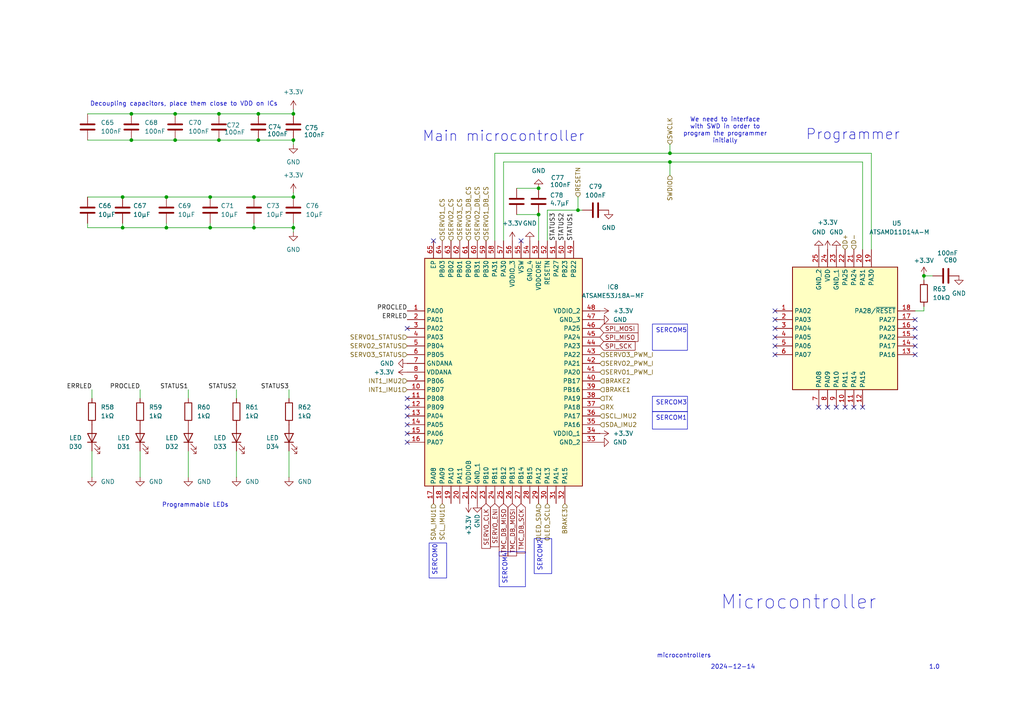
<source format=kicad_sch>
(kicad_sch (version 20231120) (generator "eeschema") (generator_version "8.0")
  (paper "A4")
  (lib_symbols
    (symbol "ATSAMD11D14A-MNT:ATSAMD11D14A-MNT"
      (property "Reference" "IC" (at 36.83 17.78 0))
      (property "Value" "ATSAMD11D14A-MNT" (at 36.83 15.24 0))
      (symbol "ATSAMD11D14A-MNT_1_1"
        (rectangle (start 5.08 12.7) (end 35.56 -22.86) (stroke (width 0.254)) (fill (type background)))
        (pin bidirectional line (at 0 0 0) (length 5.08) (name "PA02") (number "1"))
        (pin bidirectional line (at 20.32 -27.94 90) (length 5.08) (name "PA11") (number "10"))
        (pin bidirectional line (at 22.86 -27.94 90) (length 5.08) (name "PA14") (number "11"))
        (pin bidirectional line (at 25.4 -27.94 90) (length 5.08) (name "PA15") (number "12"))
        (pin bidirectional line (at 40.64 -12.7 180) (length 5.08) (name "PA16") (number "13"))
        (pin bidirectional line (at 40.64 -10.16 180) (length 5.08) (name "PA17") (number "14"))
        (pin bidirectional line (at 40.64 -7.62 180) (length 5.08) (name "PA22") (number "15"))
        (pin bidirectional line (at 40.64 -5.08 180) (length 5.08) (name "PA23") (number "16"))
        (pin bidirectional line (at 40.64 -2.54 180) (length 5.08) (name "PA27") (number "17"))
        (pin bidirectional line (at 40.64 0 180) (length 5.08) (name "PA28/~{RESET}") (number "18"))
        (pin bidirectional line (at 27.94 17.78 270) (length 5.08) (name "PA30") (number "19"))
        (pin bidirectional line (at 0 -2.54 0) (length 5.08) (name "PA03") (number "2"))
        (pin bidirectional line (at 25.4 17.78 270) (length 5.08) (name "PA31") (number "20"))
        (pin bidirectional line (at 22.86 17.78 270) (length 5.08) (name "PA24") (number "21"))
        (pin bidirectional line (at 20.32 17.78 270) (length 5.08) (name "PA25") (number "22"))
        (pin power_in line (at 17.78 17.78 270) (length 5.08) (name "GND_1") (number "23"))
        (pin bidirectional line (at 15.24 17.78 270) (length 5.08) (name "VDD") (number "24"))
        (pin power_in line (at 12.7 17.78 270) (length 5.08) (name "GND_2") (number "25"))
        (pin bidirectional line (at 0 -5.08 0) (length 5.08) (name "PA04") (number "3"))
        (pin bidirectional line (at 0 -7.62 0) (length 5.08) (name "PA05") (number "4"))
        (pin bidirectional line (at 0 -10.16 0) (length 5.08) (name "PA06") (number "5"))
        (pin bidirectional line (at 0 -12.7 0) (length 5.08) (name "PA07") (number "6"))
        (pin bidirectional line (at 12.7 -27.94 90) (length 5.08) (name "PA08") (number "7"))
        (pin bidirectional line (at 15.24 -27.94 90) (length 5.08) (name "PA09") (number "8"))
        (pin bidirectional line (at 17.78 -27.94 90) (length 5.08) (name "PA10") (number "9"))
      )
    )
    (symbol "ATSAME53J18A-MF:ATSAME53J18A-MF"
      (property "Reference" "IC" (at 52.07 20.32 0))
      (property "Value" "ATSAME53J18A-MF" (at 52.07 17.78 0))
      (symbol "ATSAME53J18A-MF_1_1"
        (rectangle (start 5.08 15.24) (end 50.8 -50.8) (stroke (width 0.254)) (fill (type background)))
        (pin passive line (at 0 0 0) (length 5.08) (name "PA00") (number "1"))
        (pin passive line (at 0 -22.86 0) (length 5.08) (name "PB07") (number "10"))
        (pin passive line (at 0 -25.4 0) (length 5.08) (name "PB08") (number "11"))
        (pin passive line (at 0 -27.94 0) (length 5.08) (name "PB09") (number "12"))
        (pin passive line (at 0 -30.48 0) (length 5.08) (name "PA04") (number "13"))
        (pin passive line (at 0 -33.02 0) (length 5.08) (name "PA05") (number "14"))
        (pin passive line (at 0 -35.56 0) (length 5.08) (name "PA06") (number "15"))
        (pin passive line (at 0 -38.1 0) (length 5.08) (name "PA07") (number "16"))
        (pin passive line (at 7.62 -55.88 90) (length 5.08) (name "PA08") (number "17"))
        (pin passive line (at 10.16 -55.88 90) (length 5.08) (name "PA09") (number "18"))
        (pin passive line (at 12.7 -55.88 90) (length 5.08) (name "PA10") (number "19"))
        (pin passive line (at 0 -2.54 0) (length 5.08) (name "PA01") (number "2"))
        (pin passive line (at 15.24 -55.88 90) (length 5.08) (name "PA11") (number "20"))
        (pin passive line (at 17.78 -55.88 90) (length 5.08) (name "VDDIOB") (number "21"))
        (pin passive line (at 20.32 -55.88 90) (length 5.08) (name "GND_1") (number "22"))
        (pin passive line (at 22.86 -55.88 90) (length 5.08) (name "PB10") (number "23"))
        (pin passive line (at 25.4 -55.88 90) (length 5.08) (name "PB11") (number "24"))
        (pin passive line (at 27.94 -55.88 90) (length 5.08) (name "PB12") (number "25"))
        (pin passive line (at 30.48 -55.88 90) (length 5.08) (name "PB13") (number "26"))
        (pin passive line (at 33.02 -55.88 90) (length 5.08) (name "PB14") (number "27"))
        (pin passive line (at 35.56 -55.88 90) (length 5.08) (name "PB15") (number "28"))
        (pin passive line (at 38.1 -55.88 90) (length 5.08) (name "PA12") (number "29"))
        (pin passive line (at 0 -5.08 0) (length 5.08) (name "PA02") (number "3"))
        (pin passive line (at 40.64 -55.88 90) (length 5.08) (name "PA13") (number "30"))
        (pin passive line (at 43.18 -55.88 90) (length 5.08) (name "PA14") (number "31"))
        (pin passive line (at 45.72 -55.88 90) (length 5.08) (name "PA15") (number "32"))
        (pin passive line (at 55.88 -38.1 180) (length 5.08) (name "GND_2") (number "33"))
        (pin passive line (at 55.88 -35.56 180) (length 5.08) (name "VDDIO_1") (number "34"))
        (pin passive line (at 55.88 -33.02 180) (length 5.08) (name "PA16") (number "35"))
        (pin passive line (at 55.88 -30.48 180) (length 5.08) (name "PA17") (number "36"))
        (pin passive line (at 55.88 -27.94 180) (length 5.08) (name "PA18") (number "37"))
        (pin passive line (at 55.88 -25.4 180) (length 5.08) (name "PA19") (number "38"))
        (pin passive line (at 55.88 -22.86 180) (length 5.08) (name "PB16") (number "39"))
        (pin passive line (at 0 -7.62 0) (length 5.08) (name "PA03") (number "4"))
        (pin passive line (at 55.88 -20.32 180) (length 5.08) (name "PB17") (number "40"))
        (pin passive line (at 55.88 -17.78 180) (length 5.08) (name "PA20") (number "41"))
        (pin passive line (at 55.88 -15.24 180) (length 5.08) (name "PA21") (number "42"))
        (pin passive line (at 55.88 -12.7 180) (length 5.08) (name "PA22") (number "43"))
        (pin passive line (at 55.88 -10.16 180) (length 5.08) (name "PA23") (number "44"))
        (pin passive line (at 55.88 -7.62 180) (length 5.08) (name "PA24") (number "45"))
        (pin passive line (at 55.88 -5.08 180) (length 5.08) (name "PA25") (number "46"))
        (pin passive line (at 55.88 -2.54 180) (length 5.08) (name "GND_3") (number "47"))
        (pin passive line (at 55.88 0 180) (length 5.08) (name "VDDIO_2") (number "48"))
        (pin passive line (at 48.26 20.32 270) (length 5.08) (name "PB22") (number "49"))
        (pin passive line (at 0 -10.16 0) (length 5.08) (name "PB04") (number "5"))
        (pin passive line (at 45.72 20.32 270) (length 5.08) (name "PB23") (number "50"))
        (pin passive line (at 43.18 20.32 270) (length 5.08) (name "PA27") (number "51"))
        (pin passive line (at 40.64 20.32 270) (length 5.08) (name "RESETN") (number "52"))
        (pin passive line (at 38.1 20.32 270) (length 5.08) (name "VDDCORE") (number "53"))
        (pin passive line (at 35.56 20.32 270) (length 5.08) (name "GND_4") (number "54"))
        (pin passive line (at 33.02 20.32 270) (length 5.08) (name "VSW") (number "55"))
        (pin passive line (at 30.48 20.32 270) (length 5.08) (name "VDDIO_3") (number "56"))
        (pin passive line (at 27.94 20.32 270) (length 5.08) (name "PA30") (number "57"))
        (pin passive line (at 25.4 20.32 270) (length 5.08) (name "PA31") (number "58"))
        (pin passive line (at 22.86 20.32 270) (length 5.08) (name "PB30") (number "59"))
        (pin passive line (at 0 -12.7 0) (length 5.08) (name "PB05") (number "6"))
        (pin passive line (at 20.32 20.32 270) (length 5.08) (name "PB31") (number "60"))
        (pin passive line (at 17.78 20.32 270) (length 5.08) (name "PB00") (number "61"))
        (pin passive line (at 15.24 20.32 270) (length 5.08) (name "PB01") (number "62"))
        (pin passive line (at 12.7 20.32 270) (length 5.08) (name "PB02") (number "63"))
        (pin passive line (at 10.16 20.32 270) (length 5.08) (name "PB03") (number "64"))
        (pin passive line (at 7.62 20.32 270) (length 5.08) (name "EP") (number "65"))
        (pin passive line (at 0 -15.24 0) (length 5.08) (name "GNDANA") (number "7"))
        (pin passive line (at 0 -17.78 0) (length 5.08) (name "VDDANA") (number "8"))
        (pin passive line (at 0 -20.32 0) (length 5.08) (name "PB06") (number "9"))
      )
    )
    (symbol "Device:C" (pin_numbers hide) (pin_names (offset 0.254))
      (property "Reference" "C" (at 0.635 2.54 0))
      (property "Value" "C" (at 0.635 -2.54 0))
      (symbol "C_0_1"
        (polyline (pts (xy -2.032 -0.762) (xy 2.032 -0.762)) (stroke (width 0.508)))
        (polyline (pts (xy -2.032 0.762) (xy 2.032 0.762)) (stroke (width 0.508)))
      )
      (symbol "C_1_1"
        (pin passive line (at 0 3.81 270) (length 2.794) (name "~") (number "1"))
        (pin passive line (at 0 -3.81 90) (length 2.794) (name "~") (number "2"))
      )
    )
    (symbol "Device:LED" (pin_numbers hide) (pin_names (offset 1.016) hide)
      (property "Reference" "D" (at 0 2.54 0))
      (property "Value" "LED" (at 0 -2.54 0))
      (symbol "LED_0_1"
        (polyline (pts (xy -1.27 -1.27) (xy -1.27 1.27)) (stroke (width 0.254)))
        (polyline (pts (xy -1.27 0) (xy 1.27 0)))
        (polyline (pts (xy 1.27 -1.27) (xy 1.27 1.27) (xy -1.27 0) (xy 1.27 -1.27)) (stroke (width 0.254)))
        (polyline (pts (xy -3.048 -0.762) (xy -4.572 -2.286) (xy -3.81 -2.286) (xy -4.572 -2.286) (xy -4.572 -1.524)))
        (polyline (pts (xy -1.778 -0.762) (xy -3.302 -2.286) (xy -2.54 -2.286) (xy -3.302 -2.286) (xy -3.302 -1.524)))
      )
      (symbol "LED_1_1"
        (pin passive line (at -3.81 0 0) (length 2.54) (name "K") (number "1"))
        (pin passive line (at 3.81 0 180) (length 2.54) (name "A") (number "2"))
      )
    )
    (symbol "Device:R" (pin_numbers hide) (pin_names (offset 0))
      (property "Reference" "R" (at 2.032 0 90))
      (property "Value" "R" (at 0 0 90))
      (symbol "R_0_1"
        (rectangle (start -1.016 -2.54) (end 1.016 2.54) (stroke (width 0.254)))
      )
      (symbol "R_1_1"
        (pin passive line (at 0 3.81 270) (length 1.27) (name "~") (number "1"))
        (pin passive line (at 0 -3.81 90) (length 1.27) (name "~") (number "2"))
      )
    )
    (symbol "power:+3.3V" (power) (pin_numbers hide) (pin_names (offset 0) hide)
      (property "Value" "+3.3V" (at 0 3.556 0))
      (symbol "+3.3V_0_1"
        (polyline (pts (xy -0.762 1.27) (xy 0 2.54)))
        (polyline (pts (xy 0 0) (xy 0 2.54)))
        (polyline (pts (xy 0 2.54) (xy 0.762 1.27)))
      )
      (symbol "+3.3V_1_1"
        (pin power_in line (at 0 0 90) (length 0) (name "~") (number "1"))
      )
    )
    (symbol "power:GND" (power) (pin_numbers hide) (pin_names (offset 0) hide)
      (property "Value" "GND" (at 0 -3.81 0))
      (symbol "GND_0_1"
        (polyline (pts (xy 0 0) (xy 0 -1.27) (xy 1.27 -1.27) (xy 0 -2.54) (xy -1.27 -1.27) (xy 0 -1.27)))
      )
      (symbol "GND_1_1"
        (pin power_in line (at 0 0 270) (length 0) (name "~") (number "1"))
      )
    )
  )
  (junction (at 60.96 57.15))
  (junction (at 194.31 44.45))
  (junction (at 38.1 33.02))
  (junction (at 74.93 33.02))
  (junction (at 73.66 57.15))
  (junction (at 35.56 57.15))
  (junction (at 60.96 66.04))
  (junction (at 167.64 60.96))
  (junction (at 194.31 46.99))
  (junction (at 35.56 66.04))
  (junction (at 267.97 80.01))
  (junction (at 50.8 33.02))
  (junction (at 85.09 57.15))
  (junction (at 38.1 40.64))
  (junction (at 156.21 54.61))
  (junction (at 74.93 40.64))
  (junction (at 50.8 40.64))
  (junction (at 63.5 33.02))
  (junction (at 48.26 66.04))
  (junction (at 73.66 66.04))
  (junction (at 85.09 66.04))
  (junction (at 85.09 40.64))
  (junction (at 63.5 40.64))
  (junction (at 85.09 33.02))
  (junction (at 48.26 57.15))
  (junction (at 156.21 62.23))
  (no_connect (at 247.65 118.11))
  (no_connect (at 125.73 69.85))
  (no_connect (at 245.11 118.11))
  (no_connect (at 118.11 120.65))
  (no_connect (at 265.43 102.87))
  (no_connect (at 224.79 97.79))
  (no_connect (at 118.11 125.73))
  (no_connect (at 151.13 69.85))
  (no_connect (at 224.79 95.25))
  (no_connect (at 118.11 95.25))
  (no_connect (at 118.11 128.27))
  (no_connect (at 224.79 102.87))
  (no_connect (at 265.43 100.33))
  (no_connect (at 265.43 95.25))
  (no_connect (at 240.03 118.11))
  (no_connect (at 265.43 92.71))
  (no_connect (at 265.43 97.79))
  (no_connect (at 118.11 118.11))
  (no_connect (at 224.79 100.33))
  (no_connect (at 118.11 115.57))
  (no_connect (at 224.79 92.71))
  (no_connect (at 118.11 123.19))
  (no_connect (at 237.49 118.11))
  (no_connect (at 242.57 118.11))
  (no_connect (at 250.19 118.11))
  (no_connect (at 224.79 90.17))
  (wire (pts (xy 26.67 113.03) (xy 26.67 115.57)))
  (wire (pts (xy 265.43 90.17) (xy 267.97 90.17)))
  (wire (pts (xy 40.64 113.03) (xy 40.64 115.57)))
  (wire (pts (xy 149.86 54.61) (xy 156.21 54.61)))
  (wire (pts (xy 25.4 64.77) (xy 25.4 66.04)))
  (wire (pts (xy 167.64 60.96) (xy 158.75 60.96)))
  (wire (pts (xy 74.93 33.02) (xy 85.09 33.02)))
  (wire (pts (xy 48.26 64.77) (xy 48.26 66.04)))
  (wire (pts (xy 267.97 80.01) (xy 267.97 81.28)))
  (wire (pts (xy 85.09 57.15) (xy 85.09 55.88)))
  (wire (pts (xy 48.26 57.15) (xy 60.96 57.15)))
  (wire (pts (xy 60.96 64.77) (xy 60.96 66.04)))
  (wire (pts (xy 63.5 33.02) (xy 74.93 33.02)))
  (wire (pts (xy 48.26 66.04) (xy 60.96 66.04)))
  (wire (pts (xy 54.61 113.03) (xy 54.61 115.57)))
  (wire (pts (xy 60.96 57.15) (xy 73.66 57.15)))
  (wire (pts (xy 38.1 33.02) (xy 50.8 33.02)))
  (wire (pts (xy 73.66 66.04) (xy 73.66 64.77)))
  (wire (pts (xy 38.1 40.64) (xy 50.8 40.64)))
  (wire (pts (xy 25.4 40.64) (xy 38.1 40.64)))
  (wire (pts (xy 85.09 64.77) (xy 85.09 66.04)))
  (wire (pts (xy 85.09 41.91) (xy 85.09 40.64)))
  (wire (pts (xy 143.51 69.85) (xy 143.51 44.45)))
  (wire (pts (xy 194.31 46.99) (xy 194.31 50.8)))
  (wire (pts (xy 74.93 40.64) (xy 85.09 40.64)))
  (wire (pts (xy 74.93 40.64) (xy 63.5 40.64)))
  (wire (pts (xy 73.66 66.04) (xy 85.09 66.04)))
  (wire (pts (xy 194.31 44.45) (xy 252.73 44.45)))
  (wire (pts (xy 85.09 67.31) (xy 85.09 66.04)))
  (wire (pts (xy 83.82 113.03) (xy 83.82 115.57)))
  (wire (pts (xy 85.09 33.02) (xy 85.09 31.75)))
  (wire (pts (xy 50.8 33.02) (xy 63.5 33.02)))
  (wire (pts (xy 73.66 57.15) (xy 85.09 57.15)))
  (wire (pts (xy 35.56 64.77) (xy 35.56 66.04)))
  (wire (pts (xy 54.61 138.43) (xy 54.61 130.81)))
  (wire (pts (xy 167.64 60.96) (xy 168.91 60.96)))
  (wire (pts (xy 149.86 62.23) (xy 156.21 62.23)))
  (wire (pts (xy 158.75 60.96) (xy 158.75 69.85)))
  (wire (pts (xy 267.97 90.17) (xy 267.97 88.9)))
  (wire (pts (xy 267.97 80.01) (xy 270.51 80.01)))
  (wire (pts (xy 25.4 33.02) (xy 38.1 33.02)))
  (wire (pts (xy 146.05 46.99) (xy 146.05 69.85)))
  (wire (pts (xy 250.19 72.39) (xy 250.19 46.99)))
  (wire (pts (xy 35.56 57.15) (xy 48.26 57.15)))
  (wire (pts (xy 68.58 138.43) (xy 68.58 130.81)))
  (wire (pts (xy 50.8 40.64) (xy 63.5 40.64)))
  (wire (pts (xy 68.58 113.03) (xy 68.58 115.57)))
  (wire (pts (xy 25.4 66.04) (xy 35.56 66.04)))
  (wire (pts (xy 26.67 138.43) (xy 26.67 130.81)))
  (wire (pts (xy 156.21 62.23) (xy 156.21 69.85)))
  (wire (pts (xy 194.31 41.91) (xy 194.31 44.45)))
  (wire (pts (xy 60.96 66.04) (xy 73.66 66.04)))
  (wire (pts (xy 143.51 44.45) (xy 194.31 44.45)))
  (wire (pts (xy 194.31 46.99) (xy 250.19 46.99)))
  (wire (pts (xy 40.64 138.43) (xy 40.64 130.81)))
  (wire (pts (xy 167.64 57.15) (xy 167.64 60.96)))
  (wire (pts (xy 25.4 57.15) (xy 35.56 57.15)))
  (wire (pts (xy 35.56 66.04) (xy 48.26 66.04)))
  (wire (pts (xy 83.82 138.43) (xy 83.82 130.81)))
  (wire (pts (xy 146.05 46.99) (xy 194.31 46.99)))
  (wire (pts (xy 252.73 72.39) (xy 252.73 44.45)))
  (text_box "SERCOM0" (at 124.46 157.48 90) (size 5.08 10.16) (effects (font (size 1.27 1.27)) (justify left top)))
  (text_box "SERCOM4" (at 144.78 160.02 90) (size 7.62 10.16) (effects (font (size 1.27 1.27)) (justify left top)))
  (text_box "SERCOM5" (at 189.23 93.98 0) (size 10.16 7.62) (effects (font (size 1.27 1.27)) (justify left top)))
  (text_box "SERCOM1" (at 189.23 119.38 0) (size 10.16 5.08) (effects (font (size 1.27 1.27)) (justify left top)))
  (text_box "SERCOM2\n" (at 154.94 156.21 90) (size 5.08 10.16) (effects (font (size 1.27 1.27)) (justify left top)))
  (text_box "SERCOM3\n" (at 189.23 114.935 0) (size 10.16 4.445) (effects (font (size 1.27 1.27)) (justify left top)))
  (text "Main microcontroller" (at 146.05 39.624 0) (effects (font (size 3 3))))
  (text "1.0" (at 271.018 193.548 0) (effects (font (size 1.27 1.27))))
  (text "microcontrollers\n" (at 198.374 190.246 0) (effects (font (size 1.27 1.27))))
  (text "Programmable LEDs" (at 56.642 146.558 0) (effects (font (size 1.27 1.27))))
  (text "Microcontroller" (at 231.648 174.752 0) (effects (font (size 4 4))))
  (text "We need to interface\nwith SWD in order to\nprogram the programmer\ninitially" (at 210.312 37.846 0) (effects (font (size 1.27 1.27))))
  (text "2024-12-14" (at 212.598 193.548 0) (effects (font (size 1.27 1.27))))
  (text "Programmer" (at 247.396 39.116 0) (effects (font (size 3 3))))
  (text "Decoupling capacitors, place them close to VDD on ICs" (at 53.34 30.226 0) (effects (font (size 1.27 1.27))))
  (label "STATUS2" (at 163.83 69.85 90))
  (label "PROCLED" (at 118.11 90.17 180))
  (label "PROCLED" (at 40.64 113.03 180))
  (label "STATUS2" (at 68.58 113.03 180))
  (label "ERRLED" (at 26.67 113.03 180))
  (label "ERRLED" (at 118.11 92.71 180))
  (label "STATUS1" (at 166.37 69.85 90))
  (label "STATUS3" (at 161.29 69.85 90))
  (label "STATUS3" (at 83.82 113.03 180))
  (label "STATUS1" (at 54.61 113.03 180))
  (global_label "SPI_MISO" (shape input) (at 173.99 97.79 0) (property "Intersheetrefs" "${INTERSHEET_REFS}" (effects (hide yes))))
  (global_label "SPI_SCK" (shape input) (at 173.99 100.33 0) (property "Intersheetrefs" "${INTERSHEET_REFS}" (effects (hide yes))))
  (global_label "TMC_DB_SCK" (shape input) (at 151.13 146.05 270) (property "Intersheetrefs" "${INTERSHEET_REFS}" (effects (hide yes))))
  (global_label "SPI_MOSI" (shape input) (at 173.99 95.25 0) (property "Intersheetrefs" "${INTERSHEET_REFS}" (effects (hide yes))))
  (global_label "TMC_DB_MISO" (shape input) (at 146.05 146.05 270) (property "Intersheetrefs" "${INTERSHEET_REFS}" (effects (hide yes))))
  (global_label "SERVO_CLK" (shape input) (at 140.97 146.05 270) (property "Intersheetrefs" "${INTERSHEET_REFS}" (effects (hide yes))))
  (global_label "SERVO_ENI" (shape input) (at 143.51 146.05 270) (property "Intersheetrefs" "${INTERSHEET_REFS}" (effects (hide yes))))
  (global_label "TMC_DB_MOSI" (shape input) (at 148.59 146.05 270) (property "Intersheetrefs" "${INTERSHEET_REFS}" (effects (hide yes))))
  (hierarchical_label "SERVO3_CS" (shape input) (at 133.35 69.85 90))
  (hierarchical_label "SDA_IMU1" (shape input) (at 125.73 146.05 270))
  (hierarchical_label "SERVO2_CS" (shape input) (at 130.81 69.85 90))
  (hierarchical_label "SERVO1_STATUS" (shape input) (at 118.11 97.79 180))
  (hierarchical_label "D+" (shape input) (at 245.11 72.39 90))
  (hierarchical_label "SERVO2_DB_CS" (shape input) (at 138.43 69.85 90))
  (hierarchical_label "BRAKE2" (shape input) (at 173.99 110.49 0))
  (hierarchical_label "RESETN" (shape input) (at 167.64 57.15 90))
  (hierarchical_label "RX" (shape input) (at 173.99 118.11 0))
  (hierarchical_label "TX" (shape input) (at 173.99 115.57 0))
  (hierarchical_label "BRAKE3" (shape input) (at 163.83 146.05 270))
  (hierarchical_label "SDA_IMU2" (shape input) (at 173.99 123.19 0))
  (hierarchical_label "SWDIO" (shape input) (at 194.31 50.8 270))
  (hierarchical_label "SERVO1_DB_CS" (shape input) (at 140.97 69.85 90))
  (hierarchical_label "SCL_IMU2" (shape input) (at 173.99 120.65 0))
  (hierarchical_label "SERVO2_STATUS" (shape input) (at 118.11 100.33 180))
  (hierarchical_label "BRAKE1" (shape input) (at 173.99 113.03 0))
  (hierarchical_label "SCL_IMU1" (shape input) (at 128.27 146.05 270))
  (hierarchical_label "SWCLK" (shape input) (at 194.31 41.91 90))
  (hierarchical_label "SERVO3_DB_CS" (shape input) (at 135.89 69.85 90))
  (hierarchical_label "SERVO2_PWM_I" (shape input) (at 173.99 105.41 0))
  (hierarchical_label "SERVO3_STATUS" (shape input) (at 118.11 102.87 180))
  (hierarchical_label "D-" (shape input) (at 247.65 72.39 90))
  (hierarchical_label "INT1_IMU2" (shape input) (at 118.11 110.49 180))
  (hierarchical_label "OLED_SCL" (shape input) (at 158.75 146.05 270))
  (hierarchical_label "SERVO1_CS" (shape input) (at 128.27 69.85 90))
  (hierarchical_label "SERVO1_PWM_I" (shape input) (at 173.99 107.95 0))
  (hierarchical_label "SERVO3_PWM_I" (shape input) (at 173.99 102.87 0))
  (hierarchical_label "OLED_SDA" (shape input) (at 156.21 146.05 270))
  (hierarchical_label "INT1_IMU1" (shape input) (at 118.11 113.03 180))
  (symbol (lib_id "Device:R") (at 68.58 119.38 180) (unit 1)
    (property "Reference" "R61" (at 71.12 118.1099 0) (effects (justify right)))
    (property "Value" "1kΩ" (at 71.12 120.6499 0) (effects (justify right)))
    (property "Footprint" "Resistor_SMD:R_0603_1608Metric" (effects (hide yes)))
    (property "Description" "Resistor" (effects (hide yes)))
  )
  (symbol (lib_id "power:+3.3V") (at 148.59 69.85 0) (unit 1)
    (property "Reference" "#PWR0147" (effects (hide yes)))
    (property "Value" "+3.3V" (at 148.59 64.77 0))
    (property "Description" "Power symbol creates a global label with name \"+3.3V\"" (effects (hide yes)))
  )
  (symbol (lib_id "power:GND") (at 173.99 92.71 90) (unit 1)
    (property "Reference" "#PWR0151" (effects (hide yes)))
    (property "Value" "GND" (at 177.8 92.7099 90) (effects (justify right)))
    (property "Description" "Power symbol creates a global label with name \"GND\" , ground" (effects (hide yes)))
  )
  (symbol (lib_id "power:GND") (at 85.09 41.91 0) (unit 1)
    (property "Reference" "#PWR0140" (effects (hide yes)))
    (property "Value" "GND" (at 85.09 46.99 0))
    (property "Description" "Power symbol creates a global label with name \"GND\" , ground" (effects (hide yes)))
  )
  (symbol (lib_id "Device:C") (at 60.96 60.96 0) (unit 1)
    (property "Reference" "C71" (at 64.008 59.69 0) (effects (justify left)))
    (property "Value" "10µF" (at 64.008 62.23 0) (effects (justify left)))
    (property "Footprint" "Capacitor_SMD:C_0603_1608Metric" (effects (hide yes)))
    (property "Description" "Unpolarized capacitor" (effects (hide yes)))
  )
  (symbol (lib_id "Device:C") (at 35.56 60.96 0) (unit 1)
    (property "Reference" "C67" (at 38.608 59.69 0) (effects (justify left)))
    (property "Value" "10µF" (at 38.608 62.23 0) (effects (justify left)))
    (property "Footprint" "Capacitor_SMD:C_0603_1608Metric" (effects (hide yes)))
    (property "Description" "Unpolarized capacitor" (effects (hide yes)))
  )
  (symbol (lib_id "Device:C") (at 74.93 36.83 0) (unit 1)
    (property "Reference" "C74" (at 77.724 36.83 0) (effects (justify left)))
    (property "Value" "100nF" (at 77.47 38.862 0) (effects (justify left)))
    (property "Footprint" "Capacitor_SMD:C_0603_1608Metric" (effects (hide yes)))
    (property "Description" "Unpolarized capacitor" (effects (hide yes)))
  )
  (symbol (lib_id "Device:LED") (at 68.58 127 90) (unit 1)
    (property "Reference" "D33" (at 63.8175 129.54 90))
    (property "Value" "LED" (at 63.8175 127 90))
    (property "Footprint" "Diode_SMD:D_0603_1608Metric" (effects (hide yes)))
    (property "Description" "Light emitting diode" (effects (hide yes)))
  )
  (symbol (lib_id "Device:LED") (at 54.61 127 90) (unit 1)
    (property "Reference" "D32" (at 49.8475 129.54 90))
    (property "Value" "LED" (at 49.8475 127 90))
    (property "Footprint" "Diode_SMD:D_0603_1608Metric" (effects (hide yes)))
    (property "Description" "Light emitting diode" (effects (hide yes)))
  )
  (symbol (lib_id "Device:C") (at 25.4 36.83 0) (unit 1)
    (property "Reference" "C65" (at 29.21 35.5599 0) (effects (justify left)))
    (property "Value" "100nF" (at 29.21 38.0999 0) (effects (justify left)))
    (property "Footprint" "Capacitor_SMD:C_0603_1608Metric" (effects (hide yes)))
    (property "Description" "Unpolarized capacitor" (effects (hide yes)))
  )
  (symbol (lib_id "Device:C") (at 50.8 36.83 0) (unit 1)
    (property "Reference" "C70" (at 54.61 35.5599 0) (effects (justify left)))
    (property "Value" "100nF" (at 54.61 38.0999 0) (effects (justify left)))
    (property "Footprint" "Capacitor_SMD:C_0603_1608Metric" (effects (hide yes)))
    (property "Description" "Unpolarized capacitor" (effects (hide yes)))
  )
  (symbol (lib_id "power:+3.3V") (at 173.99 90.17 270) (unit 1)
    (property "Reference" "#PWR0150" (effects (hide yes)))
    (property "Value" "+3.3V" (at 177.8 90.1699 90) (effects (justify left)))
    (property "Description" "Power symbol creates a global label with name \"+3.3V\"" (effects (hide yes)))
  )
  (symbol (lib_id "Device:C") (at 38.1 36.83 0) (unit 1)
    (property "Reference" "C68" (at 41.91 35.5599 0) (effects (justify left)))
    (property "Value" "100nF" (at 41.91 38.0999 0) (effects (justify left)))
    (property "Footprint" "Capacitor_SMD:C_0603_1608Metric" (effects (hide yes)))
    (property "Description" "Unpolarized capacitor" (effects (hide yes)))
  )
  (symbol (lib_id "Device:C") (at 85.09 36.83 0) (unit 1)
    (property "Reference" "C75" (at 88.392 37.084 0) (effects (justify left)))
    (property "Value" "100nF" (at 88.138 39.116 0) (effects (justify left)))
    (property "Footprint" "Capacitor_SMD:C_0603_1608Metric" (effects (hide yes)))
    (property "Description" "Unpolarized capacitor" (effects (hide yes)))
  )
  (symbol (lib_id "Device:C") (at 172.72 60.96 90) (unit 1)
    (property "Reference" "C79" (at 172.72 54.102 90))
    (property "Value" "100nF" (at 172.72 56.642 90))
    (property "Footprint" "Capacitor_SMD:C_0603_1608Metric" (effects (hide yes)))
    (property "Description" "Unpolarized capacitor" (effects (hide yes)))
  )
  (symbol (lib_id "Device:LED") (at 26.67 127 90) (unit 1)
    (property "Reference" "D30" (at 21.9075 129.54 90))
    (property "Value" "LED" (at 21.9075 127 90))
    (property "Footprint" "Diode_SMD:D_0603_1608Metric" (effects (hide yes)))
    (property "Description" "Light emitting diode" (effects (hide yes)))
  )
  (symbol (lib_id "Device:C") (at 63.5 36.83 0) (mirror y) (unit 1)
    (property "Reference" "C72" (at 69.596 36.322 0) (effects (justify left)))
    (property "Value" "100nF" (at 71.12 38.354 0) (effects (justify left)))
    (property "Footprint" "Capacitor_SMD:C_0603_1608Metric" (effects (hide yes)))
    (property "Description" "Unpolarized capacitor" (effects (hide yes)))
  )
  (symbol (lib_id "Device:R") (at 54.61 119.38 180) (unit 1)
    (property "Reference" "R60" (at 57.15 118.1099 0) (effects (justify right)))
    (property "Value" "1kΩ" (at 57.15 120.6499 0) (effects (justify right)))
    (property "Footprint" "Resistor_SMD:R_0603_1608Metric" (effects (hide yes)))
    (property "Description" "Resistor" (effects (hide yes)))
  )
  (symbol (lib_id "Device:C") (at 156.21 58.42 0) (unit 1)
    (property "Reference" "C78" (at 159.512 56.642 0) (effects (justify left)))
    (property "Value" "4.7µF" (at 159.512 58.928 0) (effects (justify left)))
    (property "Footprint" "Capacitor_SMD:C_0603_1608Metric" (effects (hide yes)))
    (property "Description" "Unpolarized capacitor" (effects (hide yes)))
  )
  (symbol (lib_id "power:GND") (at 278.13 80.01 0) (unit 1)
    (property "Reference" "#PWR0159" (effects (hide yes)))
    (property "Value" "GND" (at 278.13 85.09 0))
    (property "Description" "Power symbol creates a global label with name \"GND\" , ground" (effects (hide yes)))
  )
  (symbol (lib_id "Device:R") (at 83.82 119.38 180) (unit 1)
    (property "Reference" "R62" (at 86.36 118.1099 0) (effects (justify right)))
    (property "Value" "1kΩ" (at 86.36 120.6499 0) (effects (justify right)))
    (property "Footprint" "Resistor_SMD:R_0603_1608Metric" (effects (hide yes)))
    (property "Description" "Resistor" (effects (hide yes)))
  )
  (symbol (lib_id "power:GND") (at 85.09 67.31 0) (unit 1)
    (property "Reference" "#PWR0142" (effects (hide yes)))
    (property "Value" "GND" (at 85.09 72.39 0))
    (property "Description" "Power symbol creates a global label with name \"GND\" , ground" (effects (hide yes)))
  )
  (symbol (lib_id "Device:C") (at 25.4 60.96 0) (unit 1)
    (property "Reference" "C66" (at 28.448 59.69 0) (effects (justify left)))
    (property "Value" "10µF" (at 28.448 62.23 0) (effects (justify left)))
    (property "Footprint" "Capacitor_SMD:C_0603_1608Metric" (effects (hide yes)))
    (property "Description" "Unpolarized capacitor" (effects (hide yes)))
  )
  (symbol (lib_id "power:GND") (at 26.67 138.43 0) (unit 1)
    (property "Reference" "#PWR0134" (effects (hide yes)))
    (property "Value" "GND" (at 29.21 139.6999 0) (effects (justify left)))
    (property "Description" "Power symbol creates a global label with name \"GND\" , ground" (effects (hide yes)))
  )
  (symbol (lib_id "power:+3.3V") (at 85.09 31.75 0) (unit 1)
    (property "Reference" "#PWR0139" (effects (hide yes)))
    (property "Value" "+3.3V" (at 85.09 26.67 0))
    (property "Description" "Power symbol creates a global label with name \"+3.3V\"" (effects (hide yes)))
  )
  (symbol (lib_id "power:GND") (at 156.21 54.61 180) (unit 1)
    (property "Reference" "#PWR0149" (effects (hide yes)))
    (property "Value" "GND" (at 156.21 49.53 0))
    (property "Description" "Power symbol creates a global label with name \"GND\" , ground" (effects (hide yes)))
  )
  (symbol (lib_id "Device:C") (at 48.26 60.96 0) (unit 1)
    (property "Reference" "C69" (at 51.562 59.69 0) (effects (justify left)))
    (property "Value" "10µF" (at 51.562 62.23 0) (effects (justify left)))
    (property "Footprint" "Capacitor_SMD:C_0603_1608Metric" (effects (hide yes)))
    (property "Description" "Unpolarized capacitor" (effects (hide yes)))
  )
  (symbol (lib_id "power:GND") (at 68.58 138.43 0) (unit 1)
    (property "Reference" "#PWR0137" (effects (hide yes)))
    (property "Value" "GND" (at 71.12 139.6999 0) (effects (justify left)))
    (property "Description" "Power symbol creates a global label with name \"GND\" , ground" (effects (hide yes)))
  )
  (symbol (lib_id "ATSAMD11D14A-MNT:ATSAMD11D14A-MNT") (at 224.79 90.17 0) (unit 1)
    (property "Reference" "U5" (at 260.096 64.77 0))
    (property "Value" "ATSAMD11D14A-M" (at 260.858 67.31 0))
    (property "Footprint" "QFN50P400X400X90-25N-D" (effects (hide yes)))
    (property "Datasheet" "http://ww1.microchip.com/downloads/en/devicedoc/atmel-42363-sam-d11_datasheet.pdf" (effects (hide yes)))
    (property "Description" "ARM Microcontrollers - MCU Cortex-M0+, 16KB FLASH,4KB SRAM, USB - 24 QFN,105C, GREEN,1.6-3.6V,48MHz,USB" (effects (hide yes)))
    (property "Height" "0.9" (effects (hide yes)))
    (property "Mouser Part Number" "556-ATSAMD11D14A-MNT" (effects (hide yes)))
    (property "Mouser Price/Stock" "https://www.mouser.co.uk/ProductDetail/Microchip-Technology/ATSAMD11D14A-MNT?qs=TUMPge1mmM4EmPH0BaBkuQ%3D%3D" (effects (hide yes)))
    (property "Manufacturer_Name" "Microchip" (effects (hide yes)))
    (property "Manufacturer_Part_Number" "ATSAMD11D14A-MNT" (effects (hide yes)))
  )
  (symbol (lib_id "power:GND") (at 237.49 72.39 180) (unit 1)
    (property "Reference" "#PWR0155" (effects (hide yes)))
    (property "Value" "GND" (at 237.49 67.31 0))
    (property "Description" "Power symbol creates a global label with name \"GND\" , ground" (effects (hide yes)))
  )
  (symbol (lib_id "Device:R") (at 26.67 119.38 180) (unit 1)
    (property "Reference" "R58" (at 29.21 118.1099 0) (effects (justify right)))
    (property "Value" "1kΩ" (at 29.21 120.6499 0) (effects (justify right)))
    (property "Footprint" "Resistor_SMD:R_0603_1608Metric" (effects (hide yes)))
    (property "Description" "Resistor" (effects (hide yes)))
  )
  (symbol (lib_id "Device:C") (at 85.09 60.96 0) (unit 1)
    (property "Reference" "C76" (at 88.646 59.69 0) (effects (justify left)))
    (property "Value" "10µF" (at 88.646 62.23 0) (effects (justify left)))
    (property "Footprint" "Capacitor_SMD:C_0603_1608Metric" (effects (hide yes)))
    (property "Description" "Unpolarized capacitor" (effects (hide yes)))
  )
  (symbol (lib_id "Device:R") (at 40.64 119.38 180) (unit 1)
    (property "Reference" "R59" (at 43.18 118.1099 0) (effects (justify right)))
    (property "Value" "1kΩ" (at 43.18 120.6499 0) (effects (justify right)))
    (property "Footprint" "Resistor_SMD:R_0603_1608Metric" (effects (hide yes)))
    (property "Description" "Resistor" (effects (hide yes)))
  )
  (symbol (lib_id "power:+3.3V") (at 85.09 55.88 0) (unit 1)
    (property "Reference" "#PWR0141" (effects (hide yes)))
    (property "Value" "+3.3V" (at 85.09 50.8 0))
    (property "Description" "Power symbol creates a global label with name \"+3.3V\"" (effects (hide yes)))
  )
  (symbol (lib_id "power:GND") (at 83.82 138.43 0) (unit 1)
    (property "Reference" "#PWR0138" (effects (hide yes)))
    (property "Value" "GND" (at 86.36 139.6999 0) (effects (justify left)))
    (property "Description" "Power symbol creates a global label with name \"GND\" , ground" (effects (hide yes)))
  )
  (symbol (lib_id "power:GND") (at 153.67 69.85 180) (unit 1)
    (property "Reference" "#PWR0148" (effects (hide yes)))
    (property "Value" "GND" (at 153.67 64.77 0))
    (property "Description" "Power symbol creates a global label with name \"GND\" , ground" (effects (hide yes)))
  )
  (symbol (lib_id "ATSAME53J18A-MF:ATSAME53J18A-MF") (at 118.11 90.17 0) (unit 1)
    (property "Reference" "IC8" (at 177.8 83.2355 0))
    (property "Value" "ATSAME53J18A-MF" (at 177.8 85.7755 0))
    (property "Footprint" "QFN50P900X900X100-65N-D" (effects (hide yes)))
    (property "Datasheet" "http://www.microchip.com/mymicrochip/filehandler.aspx?ddocname=en599585" (effects (hide yes)))
    (property "Description" "ARM Microcontrollers - MCU 120MHZ 256KB Flash 64 QFN PKG inTray 125CTemp" (effects (hide yes)))
    (property "Description_1" "ARM Microcontrollers - MCU 120MHZ 256KB Flash 64 QFN PKG inTray 125CTemp" (effects (hide yes)))
    (property "Height" "1" (effects (hide yes)))
    (property "Manufacturer_Name" "Microchip" (effects (hide yes)))
    (property "Manufacturer_Part_Number" "ATSAME53J18A-MF" (effects (hide yes)))
    (property "Mouser Part Number" "556-ATSAME53J18A-MF" (effects (hide yes)))
    (property "Mouser Price/Stock" "https://www.mouser.co.uk/ProductDetail/Microchip-Technology/ATSAME53J18A-MF?qs=y6ZabgHbY%252Bx%252BZfU%252BT4hn9g%3D%3D" (effects (hide yes)))
  )
  (symbol (lib_id "power:GND") (at 138.43 146.05 0) (unit 1)
    (property "Reference" "#PWR0146" (effects (hide yes)))
    (property "Value" "GND" (at 138.43 151.13 90))
    (property "Description" "Power symbol creates a global label with name \"GND\" , ground" (effects (hide yes)))
  )
  (symbol (lib_id "Device:C") (at 73.66 60.96 0) (unit 1)
    (property "Reference" "C73" (at 77.216 59.69 0) (effects (justify left)))
    (property "Value" "10µF" (at 77.216 62.23 0) (effects (justify left)))
    (property "Footprint" "Capacitor_SMD:C_0603_1608Metric" (effects (hide yes)))
    (property "Description" "Unpolarized capacitor" (effects (hide yes)))
  )
  (symbol (lib_id "Device:R") (at 267.97 85.09 180) (unit 1)
    (property "Reference" "R63" (at 270.51 83.8199 0) (effects (justify right)))
    (property "Value" "10kΩ" (at 270.51 86.3599 0) (effects (justify right)))
    (property "Footprint" "Resistor_SMD:R_0603_1608Metric" (effects (hide yes)))
    (property "Description" "Resistor" (effects (hide yes)))
  )
  (symbol (lib_id "Device:C") (at 274.32 80.01 90) (unit 1)
    (property "Reference" "C80" (at 277.622 75.438 90) (effects (justify left)))
    (property "Value" "100nF" (at 277.876 73.406 90) (effects (justify left)))
    (property "Footprint" "Capacitor_SMD:C_0603_1608Metric" (effects (hide yes)))
    (property "Description" "Unpolarized capacitor" (effects (hide yes)))
  )
  (symbol (lib_id "power:+3.3V") (at 267.97 80.01 0) (unit 1)
    (property "Reference" "#PWR0158" (effects (hide yes)))
    (property "Value" "+3.3V" (at 267.97 75.565 0))
    (property "Description" "Power symbol creates a global label with name \"+3.3V\"" (effects (hide yes)))
  )
  (symbol (lib_id "Device:C") (at 149.86 58.42 0) (unit 1)
    (property "Reference" "C77" (at 159.766 51.562 0) (effects (justify left)))
    (property "Value" "100nF" (at 159.512 53.594 0) (effects (justify left)))
    (property "Footprint" "Capacitor_SMD:C_0603_1608Metric" (effects (hide yes)))
    (property "Description" "Unpolarized capacitor" (effects (hide yes)))
  )
  (symbol (lib_id "power:+3.3V") (at 240.03 72.39 0) (unit 1)
    (property "Reference" "#PWR0156" (effects (hide yes)))
    (property "Value" "+3.3V" (at 240.03 64.516 0))
    (property "Description" "Power symbol creates a global label with name \"+3.3V\"" (effects (hide yes)))
  )
  (symbol (lib_id "Device:LED") (at 40.64 127 90) (unit 1)
    (property "Reference" "D31" (at 35.8775 129.54 90))
    (property "Value" "LED" (at 35.8775 127 90))
    (property "Footprint" "Diode_SMD:D_0603_1608Metric" (effects (hide yes)))
    (property "Description" "Light emitting diode" (effects (hide yes)))
  )
  (symbol (lib_id "power:GND") (at 40.64 138.43 0) (unit 1)
    (property "Reference" "#PWR0135" (effects (hide yes)))
    (property "Value" "GND" (at 43.18 139.6999 0) (effects (justify left)))
    (property "Description" "Power symbol creates a global label with name \"GND\" , ground" (effects (hide yes)))
  )
  (symbol (lib_id "power:+3.3V") (at 118.11 107.95 90) (unit 1)
    (property "Reference" "#PWR0144" (effects (hide yes)))
    (property "Value" "+3.3V" (at 114.3 107.9499 90) (effects (justify left)))
    (property "Description" "Power symbol creates a global label with name \"+3.3V\"" (effects (hide yes)))
  )
  (symbol (lib_id "power:GND") (at 176.53 60.96 0) (unit 1)
    (property "Reference" "#PWR0154" (effects (hide yes)))
    (property "Value" "GND" (at 176.53 66.04 0))
    (property "Description" "Power symbol creates a global label with name \"GND\" , ground" (effects (hide yes)))
  )
  (symbol (lib_id "Device:LED") (at 83.82 127 90) (unit 1)
    (property "Reference" "D34" (at 79.0575 129.54 90))
    (property "Value" "LED" (at 79.0575 127 90))
    (property "Footprint" "Diode_SMD:D_0603_1608Metric" (effects (hide yes)))
    (property "Description" "Light emitting diode" (effects (hide yes)))
  )
  (symbol (lib_id "power:GND") (at 54.61 138.43 0) (unit 1)
    (property "Reference" "#PWR0136" (effects (hide yes)))
    (property "Value" "GND" (at 57.15 139.6999 0) (effects (justify left)))
    (property "Description" "Power symbol creates a global label with name \"GND\" , ground" (effects (hide yes)))
  )
  (symbol (lib_id "power:+3.3V") (at 135.89 146.05 180) (unit 1)
    (property "Reference" "#PWR0145" (effects (hide yes)))
    (property "Value" "+3.3V" (at 135.89 152.4 90))
    (property "Description" "Power symbol creates a global label with name \"+3.3V\"" (effects (hide yes)))
  )
  (symbol (lib_id "power:GND") (at 118.11 105.41 270) (unit 1)
    (property "Reference" "#PWR0143" (effects (hide yes)))
    (property "Value" "GND" (at 114.3 105.4099 90) (effects (justify right)))
    (property "Description" "Power symbol creates a global label with name \"GND\" , ground" (effects (hide yes)))
  )
  (symbol (lib_id "power:GND") (at 242.57 72.39 180) (unit 1)
    (property "Reference" "#PWR0157" (effects (hide yes)))
    (property "Value" "GND" (at 242.57 67.31 0))
    (property "Description" "Power symbol creates a global label with name \"GND\" , ground" (effects (hide yes)))
  )
  (symbol (lib_id "power:GND") (at 173.99 128.27 90) (unit 1)
    (property "Reference" "#PWR0153" (effects (hide yes)))
    (property "Value" "GND" (at 177.8 128.2699 90) (effects (justify right)))
    (property "Description" "Power symbol creates a global label with name \"GND\" , ground" (effects (hide yes)))
  )
  (symbol (lib_id "power:+3.3V") (at 173.99 125.73 270) (unit 1)
    (property "Reference" "#PWR0152" (effects (hide yes)))
    (property "Value" "+3.3V" (at 177.8 125.7299 90) (effects (justify left)))
    (property "Description" "Power symbol creates a global label with name \"+3.3V\"" (effects (hide yes)))
  )
)
</source>
